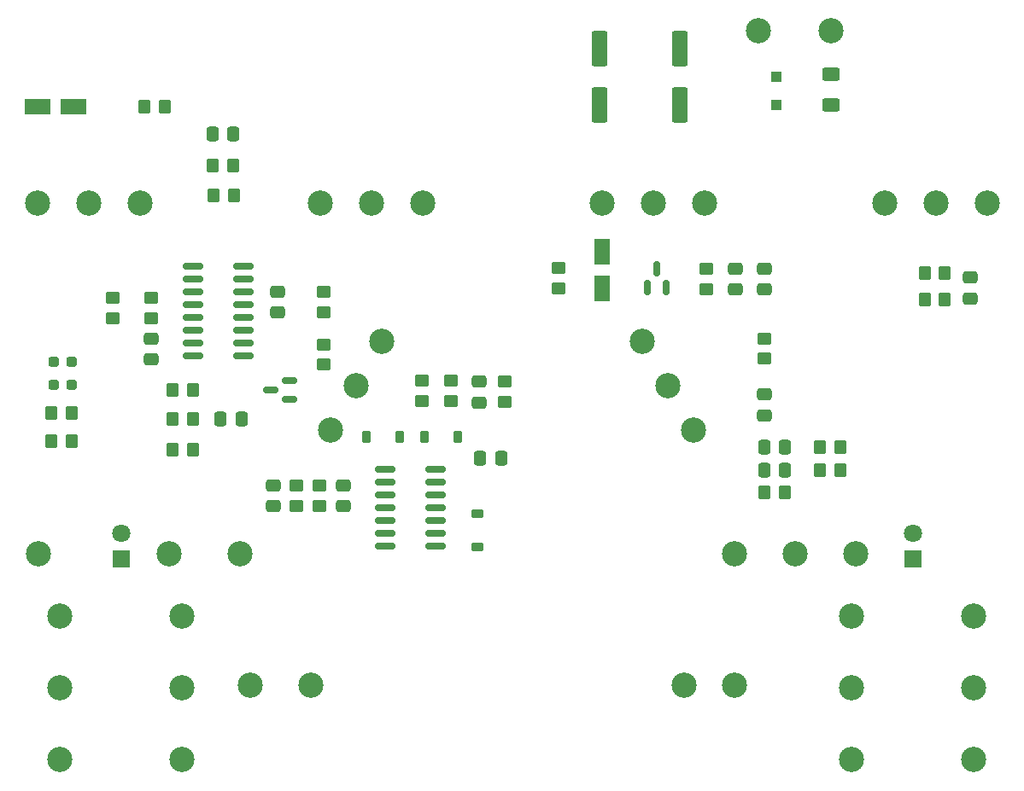
<source format=gbr>
%TF.GenerationSoftware,KiCad,Pcbnew,7.0.1*%
%TF.CreationDate,2023-11-18T18:03:43+02:00*%
%TF.ProjectId,Punainen Husse,50756e61-696e-4656-9e20-48757373652e,rev?*%
%TF.SameCoordinates,Original*%
%TF.FileFunction,Soldermask,Bot*%
%TF.FilePolarity,Negative*%
%FSLAX46Y46*%
G04 Gerber Fmt 4.6, Leading zero omitted, Abs format (unit mm)*
G04 Created by KiCad (PCBNEW 7.0.1) date 2023-11-18 18:03:43*
%MOMM*%
%LPD*%
G01*
G04 APERTURE LIST*
G04 Aperture macros list*
%AMRoundRect*
0 Rectangle with rounded corners*
0 $1 Rounding radius*
0 $2 $3 $4 $5 $6 $7 $8 $9 X,Y pos of 4 corners*
0 Add a 4 corners polygon primitive as box body*
4,1,4,$2,$3,$4,$5,$6,$7,$8,$9,$2,$3,0*
0 Add four circle primitives for the rounded corners*
1,1,$1+$1,$2,$3*
1,1,$1+$1,$4,$5*
1,1,$1+$1,$6,$7*
1,1,$1+$1,$8,$9*
0 Add four rect primitives between the rounded corners*
20,1,$1+$1,$2,$3,$4,$5,0*
20,1,$1+$1,$4,$5,$6,$7,0*
20,1,$1+$1,$6,$7,$8,$9,0*
20,1,$1+$1,$8,$9,$2,$3,0*%
G04 Aperture macros list end*
%ADD10C,2.500000*%
%ADD11RoundRect,0.250000X-0.450000X0.350000X-0.450000X-0.350000X0.450000X-0.350000X0.450000X0.350000X0*%
%ADD12RoundRect,0.237500X0.287500X0.237500X-0.287500X0.237500X-0.287500X-0.237500X0.287500X-0.237500X0*%
%ADD13RoundRect,0.250000X0.350000X0.450000X-0.350000X0.450000X-0.350000X-0.450000X0.350000X-0.450000X0*%
%ADD14RoundRect,0.250000X-0.625000X0.400000X-0.625000X-0.400000X0.625000X-0.400000X0.625000X0.400000X0*%
%ADD15RoundRect,0.250000X-0.337500X-0.475000X0.337500X-0.475000X0.337500X0.475000X-0.337500X0.475000X0*%
%ADD16RoundRect,0.250000X0.450000X-0.350000X0.450000X0.350000X-0.450000X0.350000X-0.450000X-0.350000X0*%
%ADD17RoundRect,0.250000X0.550000X-1.500000X0.550000X1.500000X-0.550000X1.500000X-0.550000X-1.500000X0*%
%ADD18RoundRect,0.150000X0.150000X-0.587500X0.150000X0.587500X-0.150000X0.587500X-0.150000X-0.587500X0*%
%ADD19RoundRect,0.250000X-0.350000X-0.450000X0.350000X-0.450000X0.350000X0.450000X-0.350000X0.450000X0*%
%ADD20RoundRect,0.250000X-0.475000X0.337500X-0.475000X-0.337500X0.475000X-0.337500X0.475000X0.337500X0*%
%ADD21RoundRect,0.250000X0.300000X-0.300000X0.300000X0.300000X-0.300000X0.300000X-0.300000X-0.300000X0*%
%ADD22RoundRect,0.150000X-0.825000X-0.150000X0.825000X-0.150000X0.825000X0.150000X-0.825000X0.150000X0*%
%ADD23RoundRect,0.225000X-0.375000X0.225000X-0.375000X-0.225000X0.375000X-0.225000X0.375000X0.225000X0*%
%ADD24RoundRect,0.250000X0.475000X-0.337500X0.475000X0.337500X-0.475000X0.337500X-0.475000X-0.337500X0*%
%ADD25R,1.800000X1.800000*%
%ADD26C,1.800000*%
%ADD27RoundRect,0.225000X-0.225000X-0.375000X0.225000X-0.375000X0.225000X0.375000X-0.225000X0.375000X0*%
%ADD28RoundRect,0.250000X0.550000X-1.050000X0.550000X1.050000X-0.550000X1.050000X-0.550000X-1.050000X0*%
%ADD29RoundRect,0.237500X-0.287500X-0.237500X0.287500X-0.237500X0.287500X0.237500X-0.287500X0.237500X0*%
%ADD30RoundRect,0.150000X0.587500X0.150000X-0.587500X0.150000X-0.587500X-0.150000X0.587500X-0.150000X0*%
%ADD31RoundRect,0.250000X1.050000X0.550000X-1.050000X0.550000X-1.050000X-0.550000X1.050000X-0.550000X0*%
%ADD32RoundRect,0.150000X-0.850000X-0.150000X0.850000X-0.150000X0.850000X0.150000X-0.850000X0.150000X0*%
G04 APERTURE END LIST*
D10*
%TO.C,TP6*%
X179000000Y-116000000D03*
%TD*%
%TO.C,TP1*%
X174000000Y-129000000D03*
%TD*%
%TO.C,TP9*%
X130000000Y-116000000D03*
%TD*%
%TO.C,TP10*%
X110000000Y-116000000D03*
%TD*%
%TO.C,TP12*%
X188600000Y-64100000D03*
%TD*%
%TO.C,TP2*%
X131000000Y-129000000D03*
%TD*%
%TO.C,TP8*%
X123000000Y-116000000D03*
%TD*%
%TO.C,TP5*%
X185000000Y-116000000D03*
%TD*%
%TO.C,TP7*%
X191000000Y-116000000D03*
%TD*%
%TO.C,TP3*%
X137000000Y-129000000D03*
%TD*%
%TO.C,TP4*%
X179000000Y-129000000D03*
%TD*%
%TO.C,TP11*%
X181400000Y-64100000D03*
%TD*%
D11*
%TO.C,R27*%
X137900000Y-109200000D03*
X137900000Y-111200000D03*
%TD*%
D12*
%TO.C,LED2*%
X113275000Y-99200000D03*
X111525000Y-99200000D03*
%TD*%
D13*
%TO.C,R4*%
X189500000Y-105400000D03*
X187500000Y-105400000D03*
%TD*%
D14*
%TO.C,R22*%
X188600000Y-68350000D03*
X188600000Y-71450000D03*
%TD*%
D15*
%TO.C,C2*%
X181962500Y-105400000D03*
X184037500Y-105400000D03*
%TD*%
D13*
%TO.C,R7*%
X199877976Y-88100000D03*
X197877976Y-88100000D03*
%TD*%
D16*
%TO.C,R10*%
X117400000Y-92600000D03*
X117400000Y-90600000D03*
%TD*%
D17*
%TO.C,C20*%
X165600000Y-71400000D03*
X165600000Y-65800000D03*
%TD*%
D16*
%TO.C,R17*%
X161600000Y-89600000D03*
X161600000Y-87600000D03*
%TD*%
D10*
%TO.C,Rv3*%
X176080000Y-81150000D03*
X171000000Y-81150000D03*
X165920000Y-81150000D03*
%TD*%
D13*
%TO.C,R21*%
X122500000Y-71600000D03*
X120500000Y-71600000D03*
%TD*%
D18*
%TO.C,Q1*%
X172250000Y-89575000D03*
X170350000Y-89575000D03*
X171300000Y-87700000D03*
%TD*%
D19*
%TO.C,R8*%
X123300000Y-102600000D03*
X125300000Y-102600000D03*
%TD*%
%TO.C,R16*%
X123300000Y-105600000D03*
X125300000Y-105600000D03*
%TD*%
D20*
%TO.C,C12*%
X179100000Y-87662500D03*
X179100000Y-89737500D03*
%TD*%
D19*
%TO.C,R6*%
X197877976Y-90700000D03*
X199877976Y-90700000D03*
%TD*%
D10*
%TO.C,SW2*%
X112120000Y-136360000D03*
X112120000Y-129260000D03*
X112120000Y-122160000D03*
X124220000Y-122160000D03*
X124220000Y-129260000D03*
X124220000Y-136360000D03*
%TD*%
D16*
%TO.C,R12*%
X121200000Y-92600000D03*
X121200000Y-90600000D03*
%TD*%
D21*
%TO.C,D6*%
X183200000Y-71400000D03*
X183200000Y-68600000D03*
%TD*%
D19*
%TO.C,R2*%
X182000000Y-109900000D03*
X184000000Y-109900000D03*
%TD*%
D22*
%TO.C,U1*%
X144425000Y-115210000D03*
X144425000Y-113940000D03*
X144425000Y-112670000D03*
X144425000Y-111400000D03*
X144425000Y-110130000D03*
X144425000Y-108860000D03*
X144425000Y-107590000D03*
X149375000Y-107590000D03*
X149375000Y-108860000D03*
X149375000Y-110130000D03*
X149375000Y-111400000D03*
X149375000Y-112670000D03*
X149375000Y-113940000D03*
X149375000Y-115210000D03*
%TD*%
D23*
%TO.C,D3*%
X153500000Y-111950000D03*
X153500000Y-115250000D03*
%TD*%
D24*
%TO.C,C8*%
X182000000Y-102237500D03*
X182000000Y-100162500D03*
%TD*%
D25*
%TO.C,LED8*%
X118200000Y-116475000D03*
D26*
X118200000Y-113935000D03*
%TD*%
D16*
%TO.C,R11*%
X156200000Y-100900000D03*
X156200000Y-98900000D03*
%TD*%
D10*
%TO.C,SW1*%
X190590000Y-136380000D03*
X190590000Y-129280000D03*
X190590000Y-122180000D03*
X202690000Y-122180000D03*
X202690000Y-129280000D03*
X202690000Y-136380000D03*
%TD*%
%TO.C,Rv6*%
X120080000Y-81150000D03*
X115000000Y-81150000D03*
X109920000Y-81150000D03*
%TD*%
D15*
%TO.C,C1*%
X181962500Y-107700000D03*
X184037500Y-107700000D03*
%TD*%
D27*
%TO.C,D2*%
X148250000Y-104400000D03*
X151550000Y-104400000D03*
%TD*%
%TO.C,D1*%
X142500000Y-104400000D03*
X145800000Y-104400000D03*
%TD*%
D28*
%TO.C,C14*%
X165900000Y-89600000D03*
X165900000Y-86000000D03*
%TD*%
D17*
%TO.C,C19*%
X173600000Y-71400000D03*
X173600000Y-65800000D03*
%TD*%
D15*
%TO.C,C9*%
X127262500Y-74300000D03*
X129337500Y-74300000D03*
%TD*%
D10*
%TO.C,Rv5*%
X148080000Y-81150000D03*
X143000000Y-81150000D03*
X137920000Y-81150000D03*
%TD*%
%TO.C,Rv4*%
X144078684Y-94845885D03*
X141538684Y-99245294D03*
X138998684Y-103644703D03*
%TD*%
%TO.C,Rv2*%
X174941316Y-103664703D03*
X172401316Y-99265294D03*
X169861316Y-94865885D03*
%TD*%
D11*
%TO.C,R9*%
X148000000Y-98800000D03*
X148000000Y-100800000D03*
%TD*%
D19*
%TO.C,R20*%
X127400000Y-80400000D03*
X129400000Y-80400000D03*
%TD*%
D29*
%TO.C,LED3*%
X111525000Y-96900000D03*
X113275000Y-96900000D03*
%TD*%
D11*
%TO.C,R25*%
X138300000Y-90000000D03*
X138300000Y-92000000D03*
%TD*%
%TO.C,R15*%
X176200000Y-87700000D03*
X176200000Y-89700000D03*
%TD*%
%TO.C,R26*%
X138300000Y-95200000D03*
X138300000Y-97200000D03*
%TD*%
D20*
%TO.C,C7*%
X153700000Y-98862500D03*
X153700000Y-100937500D03*
%TD*%
D24*
%TO.C,C4*%
X202400000Y-90637500D03*
X202400000Y-88562500D03*
%TD*%
D19*
%TO.C,R5*%
X187500000Y-107700000D03*
X189500000Y-107700000D03*
%TD*%
D24*
%TO.C,C6*%
X121200000Y-96675000D03*
X121200000Y-94600000D03*
%TD*%
D25*
%TO.C,LED7*%
X196680000Y-116495000D03*
D26*
X196680000Y-113955000D03*
%TD*%
D19*
%TO.C,R3*%
X111300000Y-102000000D03*
X113300000Y-102000000D03*
%TD*%
D24*
%TO.C,C22*%
X140200000Y-111237500D03*
X140200000Y-109162500D03*
%TD*%
D19*
%TO.C,R1*%
X111300000Y-104800000D03*
X113300000Y-104800000D03*
%TD*%
%TO.C,R18*%
X123300000Y-99700000D03*
X125300000Y-99700000D03*
%TD*%
D15*
%TO.C,C10*%
X153825000Y-106500000D03*
X155900000Y-106500000D03*
%TD*%
D13*
%TO.C,R19*%
X129300000Y-77400000D03*
X127300000Y-77400000D03*
%TD*%
D20*
%TO.C,C21*%
X133300000Y-109162500D03*
X133300000Y-111237500D03*
%TD*%
D15*
%TO.C,C3*%
X128062500Y-102600000D03*
X130137500Y-102600000D03*
%TD*%
D30*
%TO.C,Q2*%
X134875000Y-98750000D03*
X134875000Y-100650000D03*
X133000000Y-99700000D03*
%TD*%
D16*
%TO.C,R14*%
X182000000Y-96600000D03*
X182000000Y-94600000D03*
%TD*%
D31*
%TO.C,C15*%
X113520000Y-71600000D03*
X109920000Y-71600000D03*
%TD*%
D16*
%TO.C,R28*%
X135600000Y-111200000D03*
X135600000Y-109200000D03*
%TD*%
D32*
%TO.C,U3*%
X125297500Y-96350000D03*
X125297500Y-95080000D03*
X125297500Y-93810000D03*
X125297500Y-92540000D03*
X125297500Y-91270000D03*
X125297500Y-90000000D03*
X125297500Y-88730000D03*
X125297500Y-87460000D03*
X130297500Y-87460000D03*
X130297500Y-88730000D03*
X130297500Y-90000000D03*
X130297500Y-91270000D03*
X130297500Y-92540000D03*
X130297500Y-93810000D03*
X130297500Y-95080000D03*
X130297500Y-96350000D03*
%TD*%
D20*
%TO.C,C23*%
X133700000Y-89962500D03*
X133700000Y-92037500D03*
%TD*%
D11*
%TO.C,R13*%
X150900000Y-98800000D03*
X150900000Y-100800000D03*
%TD*%
D10*
%TO.C,Rv1*%
X204080000Y-81150000D03*
X199000000Y-81150000D03*
X193920000Y-81150000D03*
%TD*%
D24*
%TO.C,C11*%
X182000000Y-89737500D03*
X182000000Y-87662500D03*
%TD*%
M02*

</source>
